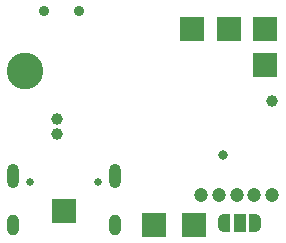
<source format=gbr>
%TF.GenerationSoftware,KiCad,Pcbnew,8.0.6-8.0.6-0~ubuntu24.04.1*%
%TF.CreationDate,2024-11-07T17:00:29-08:00*%
%TF.ProjectId,uSlime,75536c69-6d65-42e6-9b69-6361645f7063,rev?*%
%TF.SameCoordinates,Original*%
%TF.FileFunction,Soldermask,Bot*%
%TF.FilePolarity,Negative*%
%FSLAX46Y46*%
G04 Gerber Fmt 4.6, Leading zero omitted, Abs format (unit mm)*
G04 Created by KiCad (PCBNEW 8.0.6-8.0.6-0~ubuntu24.04.1) date 2024-11-07 17:00:29*
%MOMM*%
%LPD*%
G01*
G04 APERTURE LIST*
G04 Aperture macros list*
%AMFreePoly0*
4,1,19,0.550000,-0.750000,0.000000,-0.750000,0.000000,-0.744911,-0.071157,-0.744911,-0.207708,-0.704816,-0.327430,-0.627875,-0.420627,-0.520320,-0.479746,-0.390866,-0.500000,-0.250000,-0.500000,0.250000,-0.479746,0.390866,-0.420627,0.520320,-0.327430,0.627875,-0.207708,0.704816,-0.071157,0.744911,0.000000,0.744911,0.000000,0.750000,0.550000,0.750000,0.550000,-0.750000,0.550000,-0.750000,
$1*%
%AMFreePoly1*
4,1,19,0.000000,0.744911,0.071157,0.744911,0.207708,0.704816,0.327430,0.627875,0.420627,0.520320,0.479746,0.390866,0.500000,0.250000,0.500000,-0.250000,0.479746,-0.390866,0.420627,-0.520320,0.327430,-0.627875,0.207708,-0.704816,0.071157,-0.744911,0.000000,-0.744911,0.000000,-0.750000,-0.550000,-0.750000,-0.550000,0.750000,0.000000,0.750000,0.000000,0.744911,0.000000,0.744911,
$1*%
G04 Aperture macros list end*
%ADD10C,1.200000*%
%ADD11C,0.650000*%
%ADD12O,1.000000X2.100000*%
%ADD13O,1.000000X1.800000*%
%ADD14C,3.100000*%
%ADD15C,0.900000*%
%ADD16C,0.800000*%
%ADD17C,1.000000*%
%ADD18R,2.000000X2.000000*%
%ADD19FreePoly0,0.000000*%
%ADD20R,1.000000X1.500000*%
%ADD21FreePoly1,0.000000*%
G04 APERTURE END LIST*
D10*
%TO.C,CN2*%
X17145000Y-17450000D03*
X18645000Y-17450000D03*
X20145000Y-17450000D03*
X21645000Y-17450000D03*
X23145000Y-17450000D03*
%TD*%
D11*
%TO.C,J1*%
X2610000Y-16295000D03*
X8390000Y-16295000D03*
D12*
X1180000Y-15795000D03*
D13*
X1180000Y-19975000D03*
D12*
X9820000Y-15795000D03*
D13*
X9820000Y-19975000D03*
%TD*%
D14*
%TO.C,*%
X2250000Y-6950000D03*
%TD*%
D15*
%TO.C,U2*%
X6825000Y-1875000D03*
X3825000Y-1875000D03*
%TD*%
D16*
%TO.C,RESET1*%
X19000000Y-14050000D03*
%TD*%
D17*
%TO.C,CN1*%
X4969000Y-11025000D03*
X4969000Y-12275000D03*
%TD*%
D18*
%TO.C,TP7*%
X13150000Y-20000000D03*
%TD*%
%TO.C,TP2*%
X16550000Y-20000000D03*
%TD*%
%TO.C,TP3*%
X22500000Y-6450000D03*
%TD*%
%TO.C,TP4*%
X19450000Y-3400000D03*
%TD*%
%TO.C,TP8*%
X5500000Y-18750000D03*
%TD*%
%TO.C,TP5*%
X22500000Y-3400000D03*
%TD*%
D17*
%TO.C,TP1*%
X23150000Y-9500000D03*
%TD*%
D19*
%TO.C,JP1*%
X19100000Y-19757500D03*
D20*
X20400000Y-19757500D03*
D21*
X21700000Y-19757500D03*
%TD*%
D18*
%TO.C,TP6*%
X16400000Y-3400000D03*
%TD*%
M02*

</source>
